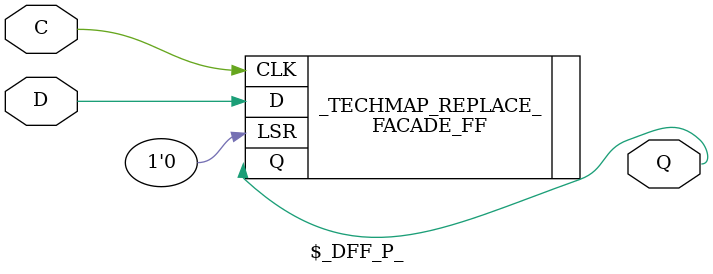
<source format=v>
module \$lut (A, Y);
	parameter WIDTH = 0;
	parameter LUT = 0;
	input [WIDTH-1:0] A;
	output Y;

	localparam rep = 1<<(4-WIDTH);
	wire [3:0] I;

	generate
		if(WIDTH == 1) begin
			assign I = {1'b0, 1'b0, 1'b0, A[0]};
		end else if(WIDTH == 2) begin
			assign I = {1'b0, 1'b0, A[1], A[0]};
		end else if(WIDTH == 3) begin
			assign I = {1'b0, A[2], A[1], A[0]};
		end else if(WIDTH == 4) begin
			assign I = {A[3], A[2], A[1], A[0]};
		end else begin
			INVALID_LUT_WIDTH error();
		end
	endgenerate

	LUT4 #(.INIT({rep{LUT}})) _TECHMAP_REPLACE_ (.A(I[0]), .B(I[1]), .C(I[2]), .D(I[3]), .F(Y));
endmodule

module  \$_DFF_P_ (input D, C, output Q); FACADE_FF #(.CEMUX("1"), .CLKMUX("CLK"), .LSRMUX("LSR"), .REGSET("RESET")) _TECHMAP_REPLACE_ (.CLK(C), .LSR(1'b0), .D(D), .Q(Q)); endmodule

</source>
